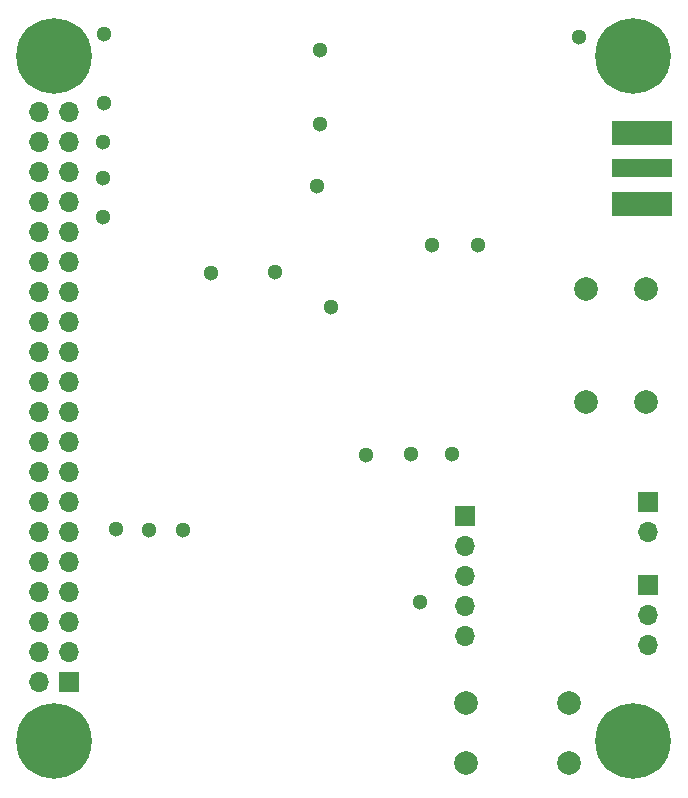
<source format=gbs>
G04 #@! TF.GenerationSoftware,KiCad,Pcbnew,(5.1.4)-1*
G04 #@! TF.CreationDate,2020-03-16T20:43:03+01:00*
G04 #@! TF.ProjectId,rf-receiver,72662d72-6563-4656-9976-65722e6b6963,Rev 2*
G04 #@! TF.SameCoordinates,Original*
G04 #@! TF.FileFunction,Soldermask,Bot*
G04 #@! TF.FilePolarity,Negative*
%FSLAX46Y46*%
G04 Gerber Fmt 4.6, Leading zero omitted, Abs format (unit mm)*
G04 Created by KiCad (PCBNEW (5.1.4)-1) date 2020-03-16 20:43:03*
%MOMM*%
%LPD*%
G04 APERTURE LIST*
%ADD10C,1.300000*%
%ADD11C,6.400000*%
%ADD12R,5.080000X2.000000*%
%ADD13R,5.080000X1.500000*%
%ADD14C,2.000000*%
%ADD15O,1.700000X1.700000*%
%ADD16R,1.700000X1.700000*%
G04 APERTURE END LIST*
D10*
X83150000Y-68500000D03*
X83150000Y-71550000D03*
X123400000Y-59600000D03*
X109200000Y-94900000D03*
X97700000Y-79500000D03*
X92300000Y-79600000D03*
X83150000Y-74900000D03*
X83250000Y-65250000D03*
X83250000Y-59350000D03*
X110000000Y-107500000D03*
X105400000Y-95000000D03*
X112700000Y-94900000D03*
X89900000Y-101400000D03*
X87050000Y-101400000D03*
X101500000Y-60750000D03*
X101250000Y-72250000D03*
X102400000Y-82500000D03*
X114900000Y-77250000D03*
X111000000Y-77250000D03*
X101500000Y-67000000D03*
X84250000Y-101300000D03*
D11*
X79000000Y-119250000D03*
X128000000Y-119250000D03*
X128000000Y-61250000D03*
X79000000Y-61250000D03*
D12*
X128750000Y-67750000D03*
X128750000Y-73750000D03*
D13*
X128750000Y-70750000D03*
D14*
X122600000Y-121080000D03*
X122600000Y-116000000D03*
X129080000Y-90500000D03*
X124000000Y-90500000D03*
X129080000Y-81000000D03*
X124000000Y-81000000D03*
X113900000Y-121080000D03*
X113900000Y-116000000D03*
D15*
X129250000Y-101540000D03*
D16*
X129250000Y-99000000D03*
D15*
X113750000Y-110370000D03*
X113750000Y-107830000D03*
X113750000Y-105290000D03*
X113750000Y-102750000D03*
D16*
X113750000Y-100210000D03*
D15*
X77710000Y-65990000D03*
X80250000Y-65990000D03*
X77710000Y-68530000D03*
X80250000Y-68530000D03*
X77710000Y-71070000D03*
X80250000Y-71070000D03*
X77710000Y-73610000D03*
X80250000Y-73610000D03*
X77710000Y-76150000D03*
X80250000Y-76150000D03*
X77710000Y-78690000D03*
X80250000Y-78690000D03*
X77710000Y-81230000D03*
X80250000Y-81230000D03*
X77710000Y-83770000D03*
X80250000Y-83770000D03*
X77710000Y-86310000D03*
X80250000Y-86310000D03*
X77710000Y-88850000D03*
X80250000Y-88850000D03*
X77710000Y-91390000D03*
X80250000Y-91390000D03*
X77710000Y-93930000D03*
X80250000Y-93930000D03*
X77710000Y-96470000D03*
X80250000Y-96470000D03*
X77710000Y-99010000D03*
X80250000Y-99010000D03*
X77710000Y-101550000D03*
X80250000Y-101550000D03*
X77710000Y-104090000D03*
X80250000Y-104090000D03*
X77710000Y-106630000D03*
X80250000Y-106630000D03*
X77710000Y-109170000D03*
X80250000Y-109170000D03*
X77710000Y-111710000D03*
X80250000Y-111710000D03*
X77710000Y-114250000D03*
D16*
X80250000Y-114250000D03*
X129250000Y-106000000D03*
D15*
X129250000Y-108540000D03*
X129250000Y-111080000D03*
M02*

</source>
